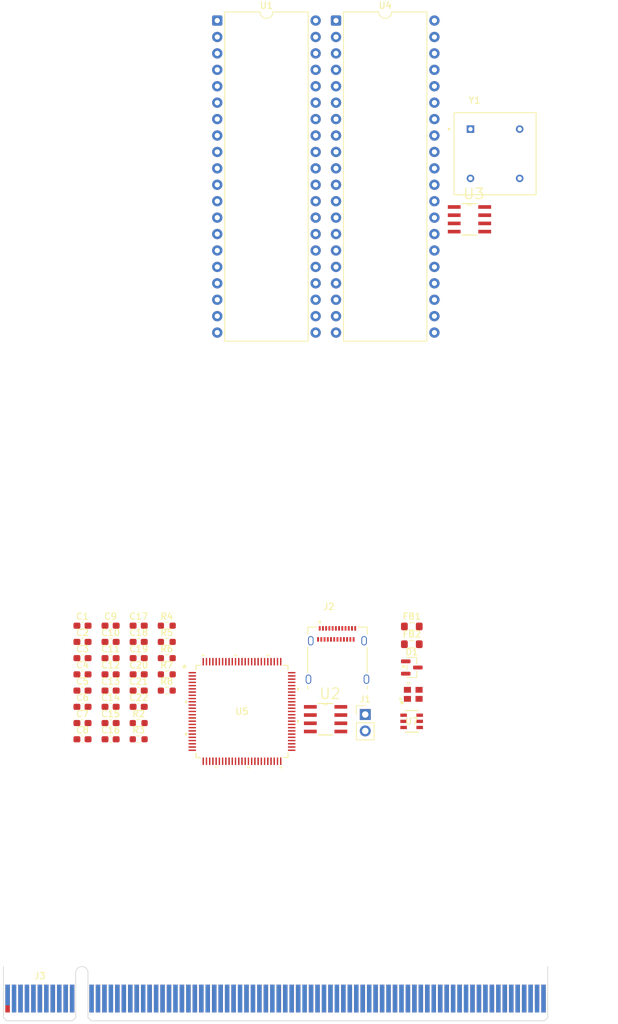
<source format=kicad_pcb>
(kicad_pcb (version 20241229) (generator "pcbnew") (generator_version "9.0")
  (layers (0 "F.Cu" signal) (2 "B.Cu" signal) (13 "F.Paste" user) (15 "B.Paste" user) (5 "F.SilkS" user "F.Silkscreen") (7 "B.SilkS" user "B.Silkscreen") (1 "F.Mask" user) (3 "B.Mask" user) (25 "Edge.Cuts" user))
  (net 0 "")
  (net 1 "Net-(J1-Pin_1)")
  (net 2 "+12V")
  (net 3 "/A8")
  (net 4 "/A10")
  (net 5 "/D4")
  (net 6 "/D0")
  (net 7 "/~{NMI}")
  (net 8 "/MA3")
  (net 9 "/~{RESET}")
  (net 10 "/A5")
  (net 11 "/~{WR}")
  (net 12 "/A7")
  (net 13 "/~{WAIT}")
  (net 14 "/MA0")
  (net 17 "/D3")
  (net 18 "/~{INT}")
  (net 19 "/CPUCLK")
  (net 20 "+5V")
  (net 21 "/MA2")
  (net 22 "/A9")
  (net 23 "/D1")
  (net 24 "/~{MREQ}")
  (net 25 "/~{RD}")
  (net 26 "/A3")
  (net 27 "/A1")
  (net 28 "/A0")
  (net 29 "/D5")
  (net 31 "GND")
  (net 32 "/A11")
  (net 33 "/~{IORQ}")
  (net 34 "/A6")
  (net 35 "/MA1")
  (net 36 "/~{M1}")
  (net 37 "/D7")
  (net 38 "/A2")
  (net 39 "/D2")
  (net 40 "/A4")
  (net 41 "/D6")
  (net 42 "Net-(U2-C1-)")
  (net 43 "/TMS")
  (net 44 "Net-(U2-C1+)")
  (net 45 "/TCK")
  (net 46 "Net-(U2-C2-)")
  (net 47 "/TDO")
  (net 48 "Net-(U2-C2+)")
  (net 49 "+5V_VBUS")
  (net 50 "Net-(U6-VPLL)")
  (net 51 "Net-(U6-VPHY)")
  (net 52 "VCCD")
  (net 53 "Net-(U6-VCCCORE)")
  (net 54 "Net-(U6-VCCA)")
  (net 55 "/CLK")
  (net 56 "+5V_CPLD")
  (net 58 "/TDI")
  (net 59 "Net-(J2-CC1)")
  (net 60 "/DP")
  (net 65 "/DM")
  (net 67 "Net-(J2-CC2)")
  (net 71 "/A23")
  (net 72 "/A16")
  (net 73 "/A18")
  (net 74 "/A20")
  (net 75 "/A15")
  (net 76 "/A13")
  (net 77 "/A12")
  (net 78 "/A22")
  (net 79 "/A21")
  (net 80 "/A19")
  (net 81 "/A14")
  (net 82 "/A17")
  (net 87 "/BUS_R{slash}~{W}")
  (net 90 "/~{BUS_CPU_INT}")
  (net 91 "/~{BUS_RESET}")
  (net 92 "/BUS_SCL")
  (net 94 "/~{BUS_CPU_ACK}")
  (net 99 "/~{BUS_CPU_NMI}")
  (net 100 "/BUS_SDA")
  (net 101 "/~{BUS_IORQ}")
  (net 109 "/~{BUS_READY}")
  (net 111 "Net-(U6-~{RESET})")
  (net 112 "Net-(U6-REF)")
  (net 113 "/EEDATA")
  (net 114 "Net-(U7-DO)")
  (net 115 "/B_D10")
  (net 116 "/B_~{MM}")
  (net 117 "/B_RS0")
  (net 118 "/B_D11")
  (net 119 "/B_D9")
  (net 120 "/B_~{STROBE}")
  (net 121 "/B_D8")
  (net 122 "/B_RS3")
  (net 123 "/B_RS1")
  (net 124 "/B_~{CS}")
  (net 125 "/B_RS2")
  (net 133 "Net-(U5-INPUT{slash}GCLR)")
  (net 149 "/EECS")
  (net 150 "/EECLK")
  (net 152 "/XCSI")
  (footprint "Capacitor_SMD:C_0603_1608Metric_Pad1.08x0.95mm_HandSolder" (layer "F.Cu") (at 47.15 194.55)
    (property "Reference" "C11" (at 0 -1.43 0) (layer "F.SilkS"))
    (property "Value" "1000n")
    (pad "1" smd roundrect (at -0.8625 0) (size 1.075 0.95) (layers "F.Cu" "F.Mask" "F.Paste") (net 54 "Net-(U6-VCCA)"))
    (pad "2" smd roundrect (at 0.8625 0) (size 1.075 0.95) (layers "F.Cu" "F.Mask" "F.Paste") (net 31 "GND"))
  )
  (footprint "Capacitor_SMD:C_0603_1608Metric_Pad1.08x0.95mm_HandSolder" (layer "F.Cu") (at 47.15 189.53)
    (property "Reference" "C9" (at 0 -1.43 0) (layer "F.SilkS"))
    (property "Value" "1000n")
    (pad "1" smd roundrect (at -0.8625 0) (size 1.075 0.95) (layers "F.Cu" "F.Mask" "F.Paste") (net 52 "VCCD"))
    (pad "2" smd roundrect (at 0.8625 0) (size 1.075 0.95) (layers "F.Cu" "F.Mask" "F.Paste") (net 31 "GND"))
  )
  (footprint "Capacitor_SMD:C_0603_1608Metric_Pad1.08x0.95mm_HandSolder" (layer "F.Cu") (at 51.5 197.06)
    (property "Reference" "C20" (at 0 -1.43 0) (layer "F.SilkS"))
    (property "Value" "10u")
    (pad "1" smd roundrect (at -0.8625 0) (size 1.075 0.95) (layers "F.Cu" "F.Mask" "F.Paste") (net 56 "+5V_CPLD"))
    (pad "2" smd roundrect (at 0.8625 0) (size 1.075 0.95) (layers "F.Cu" "F.Mask" "F.Paste") (net 31 "GND"))
  )
  (footprint "Capacitor_SMD:C_0603_1608Metric_Pad1.08x0.95mm_HandSolder" (layer "F.Cu") (at 51.5 194.55)
    (property "Reference" "C19" (at 0 -1.43 0) (layer "F.SilkS"))
    (property "Value" "100n")
    (pad "1" smd roundrect (at -0.8625 0) (size 1.075 0.95) (layers "F.Cu" "F.Mask" "F.Paste") (net 56 "+5V_CPLD"))
    (pad "2" smd roundrect (at 0.8625 0) (size 1.075 0.95) (layers "F.Cu" "F.Mask" "F.Paste") (net 31 "GND"))
  )
  (footprint "Footprints:OSC_ECS-2033-120-BN" (layer "F.Cu") (at 94.022 200.15)
    (property "Reference" "Y2" (at -0.735903 -1.707628 0) (layer "F.SilkS") (effects (font (size 0.320831 0.320831))))
    (property "Value" "ECS-2033-120-BN")
    (pad "1" smd rect (at -0.9 0.7) (size 1.1 0.9) (layers "F.Cu" "F.Mask" "F.Paste"))
    (pad "2" smd rect (at 0.9 0.7) (size 1.1 0.9) (layers "F.Cu" "F.Mask" "F.Paste") (net 31 "GND"))
    (pad "3" smd rect (at 0.9 -0.7) (size 1.1 0.9) (layers "F.Cu" "F.Mask" "F.Paste") (net 152 "/XCSI"))
    (pad "4" smd rect (at -0.9 -0.7) (size 1.1 0.9) (layers "F.Cu" "F.Mask" "F.Paste") (net 52 "VCCD"))
  )
  (footprint "Footprints:XTAL_ACH-14.31818MHZ-EK" (layer "F.Cu") (at 106.695 116.54)
    (property "Reference" "Y1" (at -3.175 -8.255 0) (layer "F.SilkS"))
    (property "Value" "ACH-14.31818MHZ-EK")
    (pad "1" thru_hole rect (at -3.81 -3.81) (size 1.168 1.168) (drill 0.66) (layers "*.Cu" "*.Mask"))
    (pad "4" thru_hole circle (at -3.81 3.81) (size 1.168 1.168) (drill 0.66) (layers "*.Cu" "*.Mask") (net 31 "GND"))
    (pad "5" thru_hole circle (at 3.81 3.81) (size 1.168 1.168) (drill 0.66) (layers "*.Cu" "*.Mask") (net 55 "/CLK"))
    (pad "8" thru_hole circle (at 3.81 -3.81) (size 1.168 1.168) (drill 0.66) (layers "*.Cu" "*.Mask") (net 20 "+5V"))
  )
  (footprint "Capacitor_SMD:C_0603_1608Metric_Pad1.08x0.95mm_HandSolder" (layer "F.Cu") (at 47.15 192.04)
    (property "Reference" "C10" (at 0 -1.43 0) (layer "F.SilkS"))
    (property "Value" "1000n")
    (pad "1" smd roundrect (at -0.8625 0) (size 1.075 0.95) (layers "F.Cu" "F.Mask" "F.Paste") (net 53 "Net-(U6-VCCCORE)"))
    (pad "2" smd roundrect (at 0.8625 0) (size 1.075 0.95) (layers "F.Cu" "F.Mask" "F.Paste") (net 31 "GND"))
  )
  (footprint "Capacitor_SMD:C_0603_1608Metric_Pad1.08x0.95mm_HandSolder" (layer "F.Cu") (at 42.8 197.06)
    (property "Reference" "C4" (at 0 -1.43 0) (layer "F.SilkS"))
    (property "Value" "2u")
    (pad "1" smd roundrect (at -0.8625 0) (size 1.075 0.95) (layers "F.Cu" "F.Mask" "F.Paste") (net 49 "+5V_VBUS"))
    (pad "2" smd roundrect (at 0.8625 0) (size 1.075 0.95) (layers "F.Cu" "F.Mask" "F.Paste") (net 31 "GND"))
  )
  (footprint "Capacitor_SMD:C_0603_1608Metric_Pad1.08x0.95mm_HandSolder" (layer "F.Cu") (at 42.8 199.57)
    (property "Reference" "C5" (at 0 -1.43 0) (layer "F.SilkS"))
    (property "Value" "10u")
    (pad "1" smd roundrect (at -0.8625 0) (size 1.075 0.95) (layers "F.Cu" "F.Mask" "F.Paste") (net 50 "Net-(U6-VPLL)"))
    (pad "2" smd roundrect (at 0.8625 0) (size 1.075 0.95) (layers "F.Cu" "F.Mask" "F.Paste") (net 31 "GND"))
  )
  (footprint "Capacitor_SMD:C_0603_1608Metric_Pad1.08x0.95mm_HandSolder" (layer "F.Cu") (at 42.8 207.1)
    (property "Reference" "C8" (at 0 -1.43 0) (layer "F.SilkS"))
    (property "Value" "1000n")
    (pad "1" smd roundrect (at -0.8625 0) (size 1.075 0.95) (layers "F.Cu" "F.Mask" "F.Paste") (net 52 "VCCD"))
    (pad "2" smd roundrect (at 0.8625 0) (size 1.075 0.95) (layers "F.Cu" "F.Mask" "F.Paste") (net 31 "GND"))
  )
  (footprint "Footprints:SOIC127P600X175-8N" (layer "F.Cu") (at 80.4478 203.9896)
    (property "Reference" "U2" (at 0.68713 -3.94468 0) (layer "F.SilkS") (effects (font (size 1.643197 1.643197))))
    (property "Value" "MAX662ACSA_T")
    (pad "1" smd rect (at -2.3622 -1.905) (size 1.9812 0.5588) (layers "F.Cu" "F.Mask" "F.Paste") (net 42 "Net-(U2-C1-)"))
    (pad "2" smd rect (at -2.3622 -0.635) (size 1.9812 0.5588) (layers "F.Cu" "F.Mask" "F.Paste") (net 44 "Net-(U2-C1+)"))
    (pad "3" smd rect (at -2.3622 0.635) (size 1.9812 0.5588) (layers "F.Cu" "F.Mask" "F.Paste") (net 46 "Net-(U2-C2-)"))
    (pad "4" smd rect (at -2.3622 1.905) (size 1.9812 0.5588) (layers "F.Cu" "F.Mask" "F.Paste") (net 48 "Net-(U2-C2+)"))
    (pad "5" smd rect (at 2.3622 1.905) (size 1.9812 0.5588) (layers "F.Cu" "F.Mask" "F.Paste") (net 49 "+5V_VBUS"))
    (pad "6" smd rect (at 2.3622 0.635) (size 1.9812 0.5588) (layers "F.Cu" "F.Mask" "F.Paste") (net 2 "+12V"))
    (pad "7" smd rect (at 2.3622 -0.635) (size 1.9812 0.5588) (layers "F.Cu" "F.Mask" "F.Paste") (net 31 "GND"))
    (pad "8" smd rect (at 2.3622 -1.905) (size 1.9812 0.5588) (layers "F.Cu" "F.Mask" "F.Paste") (net 31 "GND"))
  )
  (footprint "Connector_PinHeader_2.54mm:PinHeader_1x02_P2.54mm_Vertical" (layer "F.Cu") (at 86.59 203.27)
    (property "Reference" "J1" (at 0 -2.38 0) (layer "F.SilkS"))
    (property "Value" "Conn_01x02_Pin")
    (pad "1" thru_hole rect (at 0 0) (size 1.7 1.7) (drill 1) (layers "*.Cu" "*.Mask") (net 1 "Net-(J1-Pin_1)"))
    (pad "2" thru_hole circle (at 0 2.54) (size 1.7 1.7) (drill 1) (layers "*.Cu" "*.Mask") (net 31 "GND"))
  )
  (footprint "Capacitor_SMD:C_0603_1608Metric_Pad1.08x0.95mm_HandSolder" (layer "F.Cu") (at 42.8 189.53)
    (property "Reference" "C1" (at 0 -1.43 0) (layer "F.SilkS"))
    (property "Value" "1u")
    (pad "1" smd roundrect (at -0.8625 0) (size 1.075 0.95) (layers "F.Cu" "F.Mask" "F.Paste") (net 2 "+12V"))
    (pad "2" smd roundrect (at 0.8625 0) (size 1.075 0.95) (layers "F.Cu" "F.Mask" "F.Paste") (net 31 "GND"))
  )
  (footprint "Resistor_SMD:R_0603_1608Metric_Pad0.98x0.95mm_HandSolder" (layer "F.Cu") (at 55.85 192.04)
    (property "Reference" "R5" (at 0 -1.43 0) (layer "F.SilkS"))
    (property "Value" "5k1")
    (pad "1" smd roundrect (at -0.9125 0) (size 0.975 0.95) (layers "F.Cu" "F.Mask" "F.Paste") (net 31 "GND"))
    (pad "2" smd roundrect (at 0.9125 0) (size 0.975 0.95) (layers "F.Cu" "F.Mask" "F.Paste") (net 67 "Net-(J2-CC2)"))
  )
  (footprint "Resistor_SMD:R_0603_1608Metric_Pad0.98x0.95mm_HandSolder" (layer "F.Cu") (at 51.5 207.1)
    (property "Reference" "R3" (at 0 -1.43 0) (layer "F.SilkS"))
    (property "Value" "2k2")
    (pad "1" smd roundrect (at -0.9125 0) (size 0.975 0.95) (layers "F.Cu" "F.Mask" "F.Paste") (net 20 "+5V"))
    (pad "2" smd roundrect (at 0.9125 0) (size 0.975 0.95) (layers "F.Cu" "F.Mask" "F.Paste") (net 92 "/BUS_SCL"))
  )
  (footprint "Resistor_SMD:R_0603_1608Metric_Pad0.98x0.95mm_HandSolder" (layer "F.Cu") (at 51.5 204.59)
    (property "Reference" "R2" (at 0 -1.43 0) (layer "F.SilkS"))
    (property "Value" "2k2")
    (pad "1" smd roundrect (at -0.9125 0) (size 0.975 0.95) (layers "F.Cu" "F.Mask" "F.Paste") (net 100 "/BUS_SDA"))
    (pad "2" smd roundrect (at 0.9125 0) (size 0.975 0.95) (layers "F.Cu" "F.Mask" "F.Paste") (net 20 "+5V"))
  )
  (footprint "Footprints:100A_ATM-L" (layer "F.Cu") (at 67.5 202.8)
    (property "Reference" "U5" (at 0 0 0) (layer "F.SilkS"))
    (property "Value" "ATF1504AS-10AU100")
    (fp_text user "*" (at -8.912401 -6.631 0) (layer "F.SilkS"))
    (fp_text user "*" (at -8.912401 -6.631 0) (layer "F.SilkS"))
    (pad "1" smd rect (at -7.699202 -6.000001 90) (size 0.2192 1.1564) (layers "F.Cu" "F.Mask" "F.Paste"))
    (pad "2" smd rect (at -7.699202 -5.499999 90) (size 0.2192 1.1564) (layers "F.Cu" "F.Mask" "F.Paste"))
    (pad "3" smd rect (at -7.699202 -5 90) (size 0.2192 1.1564) (layers "F.Cu" "F.Mask" "F.Paste") (net 56 "+5V_CPLD"))
    (pad "4" smd rect (at -7.699202 -4.500001 90) (size 0.2192 1.1564) (layers "F.Cu" "F.Mask" "F.Paste") (net 58 "/TDI"))
    (pad "5" smd rect (at -7.699202 -4 90) (size 0.2192 1.1564) (layers "F.Cu" "F.Mask" "F.Paste"))
    (pad "6" smd rect (at -7.699202 -3.500001 90) (size 0.2192 1.1564) (layers "F.Cu" "F.Mask" "F.Paste") (net 28 "/A0"))
    (pad "7" smd rect (at -7.699202 -2.999999 90) (size 0.2192 1.1564) (layers "F.Cu" "F.Mask" "F.Paste"))
    (pad "8" smd rect (at -7.699202 -2.5 90) (size 0.2192 1.1564) (layers "F.Cu" "F.Mask" "F.Paste") (net 27 "/A1"))
    (pad "9" smd rect (at -7.699202 -2.000001 90) (size 0.2192 1.1564) (layers "F.Cu" "F.Mask" "F.Paste") (net 38 "/A2"))
    (pad "10" smd rect (at -7.699202 -1.5 90) (size 0.2192 1.1564) (layers "F.Cu" "F.Mask" "F.Paste") (net 26 "/A3"))
    (pad "11" smd rect (at -7.699202 -1.000001 90) (size 0.2192 1.1564) (layers "F.Cu" "F.Mask" "F.Paste") (net 31 "GND"))
    (pad "12" smd rect (at -7.699202 -0.500002 90) (size 0.2192 1.1564) (layers "F.Cu" "F.Mask" "F.Paste") (net 40 "/A4"))
    (pad "13" smd rect (at -7.699202 0 90) (size 0.2192 1.1564) (layers "F.Cu" "F.Mask" "F.Paste") (net 10 "/A5"))
    (pad "14" smd rect (at -7.699202 0.499999 90) (size 0.2192 1.1564) (layers "F.Cu" "F.Mask" "F.Paste") (net 34 "/A6"))
    (pad "15" smd rect (at -7.699202 1.000001 90) (size 0.2192 1.1564) (layers "F.Cu" "F.Mask" "F.Paste") (net 43 "/TMS"))
    (pad "16" smd rect (at -7.699202 1.5 90) (size 0.2192 1.1564) (layers "F.Cu" "F.Mask" "F.Paste") (net 12 "/A7"))
    (pad "17" smd rect (at -7.699202 1.999999 90) (size 0.2192 1.1564) (layers "F.Cu" "F.Mask" "F.Paste") (net 24 "/~{MREQ}"))
    (pad "18" smd rect (at -7.699202 2.5 90) (size 0.2192 1.1564) (layers "F.Cu" "F.Mask" "F.Paste") (net 56 "+5V_CPLD"))
    (pad "19" smd rect (at -7.699202 2.999999 90) (size 0.2192 1.1564) (layers "F.Cu" "F.Mask" "F.Paste") (net 33 "/~{IORQ}"))
    (pad "20" smd rect (at -7.699202 3.500001 90) (size 0.2192 1.1564) (layers "F.Cu" "F.Mask" "F.Paste") (net 25 "/~{RD}"))
    (pad "21" smd rect (at -7.699202 4 90) (size 0.2192 1.1564) (layers "F.Cu" "F.Mask" "F.Paste") (net 11 "/~{WR}"))
    (pad "22" smd rect (at -7.699202 4.499999 90) (size 0.2192 1.1564) (layers "F.Cu" "F.Mask" "F.Paste"))
    (pad "23" smd rect (at -7.699202 5 90) (size 0.2192 1.1564) (layers "F.Cu" "F.Mask" "F.Paste") (net 18 "/~{INT}"))
    (pad "24" smd rect (at -7.699202 5.499999 90) (size 0.2192 1.1564) (layers "F.Cu" "F.Mask" "F.Paste"))
    (pad "25" smd rect (at -7.699202 6.000001 90) (size 0.2192 1.1564) (layers "F.Cu" "F.Mask" "F.Paste") (net 7 "/~{NMI}"))
    (pad "26" smd rect (at -6.000001 7.699202) (size 0.2192 1.1564) (layers "F.Cu" "F.Mask" "F.Paste") (net 31 "GND"))
    (pad "27" smd rect (at -5.499999 7.699202) (size 0.2192 1.1564) (layers "F.Cu" "F.Mask" "F.Paste"))
    (pad "28" smd rect (at -5 7.699202) (size 0.2192 1.1564) (layers "F.Cu" "F.Mask" "F.Paste"))
    (pad "29" smd rect (at -4.500001 7.699202) (size 0.2192 1.1564) (layers "F.Cu" "F.Mask" "F.Paste") (net 13 "/~{WAIT}"))
    (pad "30" smd rect (at -4 7.699202) (size 0.2192 1.1564) (layers "F.Cu" "F.Mask" "F.Paste") (net 9 "/~{RESET}"))
    (pad "31" smd rect (at -3.500001 7.699202) (size 0.2192 1.1564) (layers "F.Cu" "F.Mask" "F.Paste") (net 124 "/B_~{CS}"))
    (pad "32" smd rect (at -2.999999 7.699202) (size 0.2192 1.1564) (layers "F.Cu" "F.Mask" "F.Paste") (net 31 "GND"))
    (pad "33" smd rect (at -2.5 7.699202) (size 0.2192 1.1564) (layers "F.Cu" "F.Mask" "F.Paste") (net 120 "/B_~{STROBE}"))
    (pad "34" smd rect (at -2.000001 7.699202) (size 0.2192 1.1564) (layers "F.Cu" "F.Mask" "F.Paste") (net 56 "+5V_CPLD"))
    (pad "35" smd rect (at -1.5 7.699202) (size 0.2192 1.1564) (layers "F.Cu" "F.Mask" "F.Paste") (net 117 "/B_RS0"))
    (pad "36" smd rect (at -1.000001 7.699202) (size 0.2192 1.1564) (layers "F.Cu" "F.Mask" "F.Paste") (net 123 "/B_RS1"))
    (pad "37" smd rect (at -0.499999 7.699202) (size 0.2192 1.1564) (layers "F.Cu" "F.Mask" "F.Paste") (net 125 "/B_RS2"))
    (pad "38" smd rect (at 0 7.699202) (size 0.2192 1.1564) (layers "F.Cu" "F.Mask" "F.Paste") (net 31 "GND"))
    (pad "39" smd rect (at 0.499999 7.699202) (size 0.2192 1.1564) (layers "F.Cu" "F.Mask" "F.Paste") (net 56 "+5V_CPLD"))
    (pad "40" smd rect (at 1.000001 7.699202) (size 0.2192 1.1564) (layers "F.Cu" "F.Mask" "F.Paste") (net 122 "/B_RS3"))
    (pad "41" smd rect (at 1.5 7.699202) (size 0.2192 1.1564) (layers "F.Cu" "F.Mask" "F.Paste") (net 36 "/~{M1}"))
    (pad "42" smd rect (at 2.000001 7.699202) (size 0.2192 1.1564) (layers "F.Cu" "F.Mask" "F.Paste"))
    (pad "43" smd rect (at 2.5 7.699202) (size 0.2192 1.1564) (layers "F.Cu" "F.Mask" "F.Paste") (net 31 "GND"))
    (pad "44" smd rect (at 2.999999 7.699202) (size 0.2192 1.1564) (layers "F.Cu" "F.Mask" "F.Paste"))
    (pad "45" smd rect (at 3.500001 7.699202) (size 0.2192 1.1564) (layers "F.Cu" "F.Mask" "F.Paste"))
    (pad "46" smd rect (at 4 7.699202) (size 0.2192 1.1564) (layers "F.Cu" "F.Mask" "F.Paste"))
    (pad "47" smd rect (at 4.500001 7.699202) (size 0.2192 1.1564) (layers "F.Cu" "F.Mask" "F.Paste"))
    (pad "48" smd rect (at 5 7.699202) (size 0.2192 1.1564) (layers "F.Cu" "F.Mask" "F.Paste"))
    (pad "49" smd rect (at 5.499999 7.699202) (size 0.2192 1.1564) (layers "F.Cu" "F.Mask" "F.Paste"))
    (pad "50" smd rect (at 6.000001 7.699202) (size 0.2192 1.1564) (layers "F.Cu" "F.Mask" "F.Paste"))
    (pad "51" smd rect (at 7.699202 6.000001 90) (size 0.2192 1.1564) (layers "F.Cu" "F.Mask" "F.Paste") (net 56 "+5V_CPLD"))
    (pad "52" smd rect (at 7.699202 5.499999 90) (size 0.2192 1.1564) (layers "F.Cu" "F.Mask" "F.Paste") (net 31 "GND"))
    (pad "53" smd rect (at 7.699202 5 90) (size 0.2192 1.1564) (layers "F.Cu" "F.Mask" "F.Paste"))
    (pad "54" smd rect (at 7.699202 4.500001 90) (size 0.2192 1.1564) (layers "F.Cu" "F.Mask" "F.Paste") (net 31 "GND"))
    (pad "55" smd rect (at 7.699202 4 90) (size 0.2192 1.1564) (layers "F.Cu" "F.Mask" "F.Paste"))
    (pad "56" smd rect (at 7.699202 3.500001 90) (size 0.2192 1.1564) (layers "F.Cu" "F.Mask" "F.Paste") (net 31 "GND"))
    (pad "57" smd rect (at 7.699202 2.999999 90) (size 0.2192 1.1564) (layers "F.Cu" "F.Mask" "F.Paste") (net 31 "GND"))
    (pad "58" smd rect (at 7.699202 2.5 90) (size 0.2192 1.1564) (layers "F.Cu" "F.Mask" "F.Paste") (net 31 "GND"))
    (pad "59" smd rect (at 7.699202 2.000001 90) (size 0.2192 1.1564) (layers "F.Cu" "F.Mask" "F.Paste") (net 31 "GND"))
    (pad "60" smd rect (at 7.699202 1.5 90) (size 0.2192 1.1564) (layers "F.Cu" "F.Mask" "F.Paste") (net 31 "GND"))
    (pad "61" smd rect (at 7.699202 1.000001 90) (size 0.2192 1.1564) (layers "F.Cu" "F.Mask" "F.Paste") (net 31 "GND"))
    (pad "62" smd rect (at 7.699202 0.499999 90) (size 0.2192 1.1564) (layers "F.Cu" "F.Mask" "F.Paste") (net 45 "/TCK"))
    (pad "63" smd rect (at 7.699202 0 90) (size 0.2192 1.1564) (layers "F.Cu" "F.Mask" "F.Paste") (net 31 "GND"))
    (pad "64" smd rect (at 7.699202 -0.499999 90) (size 0.2192 1.1564) (layers "F.Cu" "F.Mask" "F.Paste") (net 31 "GND"))
    (pad "65" smd rect (at 7.699202 -1.000001 90) (size 0.2192 1.1564) (layers "F.Cu" "F.Mask" "F.Paste") (net 31 "GND"))
    (pad "66" smd rect (at 7.699202 -1.5 90) (size 0.2192 1.1564) (layers "F.Cu" "F.Mask" "F.Paste") (net 56 "+5V_CPLD"))
    (pad "67" smd rect (at 7.699202 -2.000001 90) (size 0.2192 1.1564) (layers "F.Cu" "F.Mask" "F.Paste") (net 31 "GND"))
    (pad "68" smd rect (at 7.699202 -2.5 90) (size 0.2192 1.1564) (layers "F.Cu" "F.Mask" "F.Paste") (net 31 "GND"))
    (pad "69" smd rect (at 7.699202 -2.999999 90) (size 0.2192 1.1564) (layers "F.Cu" "F.Mask" "F.Paste") (net 31 "GND"))
    (pad "70" smd rect (at 7.699202 -3.500001 90) (size 0.2192 1.1564) (layers "F.Cu" "F.Mask" "F.Paste"))
    (pad "71" smd rect (at 7.699202 -4 90) (size 0.2192 1.1564) (layers "F.Cu" "F.Mask" "F.Paste") (net 118 "/B_D11"))
    (pad "72" smd rect (at 7.699202 -4.500001 90) (size 0.2192 1.1564) (layers "F.Cu" "F.Mask" "F.Paste"))
    (pad "73" smd rect (at 7.699202 -5 90) (size 0.2192 1.1564) (layers "F.Cu" "F.Mask" "F.Paste") (net 47 "/TDO"))
    (pad "74" smd rect (at 7.699202 -5.499999 90) (size 0.2192 1.1564) (layers "F.Cu" "F.Mask" "F.Paste") (net 31 "GND"))
    (pad "75" smd rect (at 7.699202 -6.000001 90) (size 0.2192 1.1564) (layers "F.Cu" "F.Mask" "F.Paste") (net 115 "/B_D10"))
    (pad "76" smd rect (at 6.000001 -7.699202) (size 0.2192 1.1564) (layers "F.Cu" "F.Mask" "F.Paste") (net 119 "/B_D9"))
    (pad "77" smd rect (at 5.499999 -7.699202) (size 0.2192 1.1564) (layers "F.Cu" "F.Mask" "F.Paste"))
    (pad "78" smd rect (at 5 -7.699202) (size 0.2192 1.1564) (layers "F.Cu" "F.Mask" "F.Paste"))
    (pad "79" smd rect (at 4.500001 -7.699202) (size 0.2192 1.1564) (layers "F.Cu" "F.Mask" "F.Paste") (net 121 "/B_D8"))
    (pad "80" smd rect (at 4 -7.699202) (size 0.2192 1.1564) (layers "F.Cu" "F.Mask" "F.Paste") (net 17 "/D3"))
    (pad "81" smd rect (at 3.500001 -7.699202) (size 0.2192 1.1564) (layers "F.Cu" "F.Mask" "F.Paste") (net 39 "/D2"))
    (pad "82" smd rect (at 2.999999 -7.699202) (size 0.2192 1.1564) (layers "F.Cu" "F.Mask" "F.Paste") (net 56 "+5V_CPLD"))
    (pad "83" smd rect (at 2.5 -7.699202) (size 0.2192 1.1564) (layers "F.Cu" "F.Mask" "F.Paste") (net 23 "/D1"))
    (pad "84" smd rect (at 2.000001 -7.699202) (size 0.2192 1.1564) (layers "F.Cu" "F.Mask" "F.Paste") (net 6 "/D0"))
    (pad "85" smd rect (at 1.5 -7.699202) (size 0.2192 1.1564) (layers "F.Cu" "F.Mask" "F.Paste") (net 133 "Net-(U5-INPUT{slash}GCLR)"))
    (pad "86" smd rect (at 1.000001 -7.699202) (size 0.2192 1.1564) (layers "F.Cu" "F.Mask" "F.Paste") (net 31 "GND"))
    (pad "87" smd rect (at 0.499999 -7.699202) (size 0.2192 1.1564) (layers "F.Cu" "F.Mask" "F.Paste") (net 55 "/CLK"))
    (pad "88" smd rect (at 0 -7.699202) (size 0.2192 1.1564) (layers "F.Cu" "F.Mask" "F.Paste") (net 31 "GND"))
    (pad "89" smd rect (at -0.499999 -7.699202) (size 0.2192 1.1564) (layers "F.Cu" "F.Mask" "F.Paste") (net 133 "Net-(U5-INPUT{slash}GCLR)"))
    (pad "90" smd rect (at -1.000001 -7.699202) (size 0.2192 1.1564) (layers "F.Cu" "F.Mask" "F.Paste") (net 133 "Net-(U5-INPUT{slash}GCLR)"))
    (pad "91" smd rect (at -1.5 -7.699202) (size 0.2192 1.1564) (layers "F.Cu" "F.Mask" "F.Paste") (net 56 "+5V_CPLD"))
    (pad "92" smd rect (at -2.000001 -7.699202) (size 0.2192 1.1564) (layers "F.Cu" "F.Mask" "F.Paste") (net 94 "/~{BUS_CPU_ACK}"))
    (pad "93" smd rect (at -2.5 -7.699202) (size 0.2192 1.1564) (layers "F.Cu" "F.Mask" "F.Paste") (net 99 "/~{BUS_CPU_NMI}"))
    (pad "94" smd rect (at -2.999999 -7.699202) (size 0.2192 1.1564) (layers "F.Cu" "F.Mask" "F.Paste") (net 90 "/~{BUS_CPU_INT}"))
    (pad "95" smd rect (at -3.500001 -7.699202) (size 0.2192 1.1564) (layers "F.Cu" "F.Mask" "F.Paste") (net 31 "GND"))
    (pad "96" smd rect (at -4 -7.699202) (size 0.2192 1.1564) (layers "F.Cu" "F.Mask" "F.Paste") (net 91 "/~{BUS_RESET}"))
    (pad "97" smd rect (at -4.500001 -7.699202) (size 0.2192 1.1564) (layers "F.Cu" "F.Mask" "F.Paste") (net 109 "/~{BUS_READY}"))
    (pad "98" smd rect (at -5 -7.699202) (size 0.2192 1.1564) (layers "F.Cu" "F.Mask" "F.Paste") (net 101 "/~{BUS_IORQ}"))
    (pad "99" smd rect (at -5.499999 -7.699202) (size 0.2192 1.1564) (layers "F.Cu" "F.Mask" "F.Paste") (net 87 "/BUS_R{slash}~{W}"))
    (pad "100" smd rect (at -6.000001 -7.699202) (size 0.2192 1.1564) (layers "F.Cu" "F.Mask" "F.Paste") (net 19 "/CPUCLK"))
  )
  (footprint "Resistor_SMD:R_0603_1608Metric_Pad0.98x0.95mm_HandSolder" (layer "F.Cu") (at 55.85 194.55)
    (property "Reference" "R6" (at 0 -1.43 0) (layer "F.SilkS"))
    (property "Value" "12k")
    (pad "1" smd roundrect (at -0.9125 0) (size 0.975 0.95) (layers "F.Cu" "F.Mask" "F.Paste") (net 111 "Net-(U6-~{RESET})"))
    (pad "2" smd roundrect (at 0.9125 0) (size 0.975 0.95) (layers "F.Cu" "F.Mask" "F.Paste") (net 31 "GND"))
  )
  (footprint "Package_TO_SOT_SMD:SOT-23" (layer "F.Cu") (at 93.8 196)
    (property "Reference" "D1" (at 0 -2.4 0) (layer "F.SilkS"))
    (property "Value" "BAT54C")
    (pad "1" smd roundrect (at -0.9375 -0.95) (size 1.475 0.6) (layers "F.Cu" "F.Mask" "F.Paste") (net 49 "+5V_VBUS"))
    (pad "2" smd roundrect (at -0.9375 0.95) (size 1.475 0.6) (layers "F.Cu" "F.Mask" "F.Paste") (net 20 "+5V"))
    (pad "3" smd roundrect (at 0.9375 0) (size 1.475 0.6) (layers "F.Cu" "F.Mask" "F.Paste") (net 56 "+5V_CPLD"))
  )
  (footprint "Inductor_SMD:L_0805_2012Metric_Pad1.05x1.20mm_HandSolder" (layer "F.Cu") (at 93.8 192.4)
    (property "Reference" "FB2" (at 0 -1.55 0) (layer "F.SilkS"))
    (property "Value" "600R/500mA")
    (pad "1" smd roundrect (at -1.15 0) (size 1.05 1.2) (layers "F.Cu" "F.Mask" "F.Paste") (roundrect_rratio 0.238095) (net 52 "VCCD"))
    (pad "2" smd roundrect (at 1.15 0) (size 1.05 1.2) (layers "F.Cu" "F.Mask" "F.Paste") (roundrect_rratio 0.238095) (net 50 "Net-(U6-VPLL)"))
  )
  (footprint "Capacitor_SMD:C_0603_1608Metric_Pad1.08x0.95mm_HandSolder" (layer "F.Cu") (at 51.5 199.57)
    (property "Reference" "C21" (at 0 -1.43 0) (layer "F.SilkS"))
    (property "Value" "100n")
    (pad "1" smd roundrect (at -0.8625 0) (size 1.075 0.95) (layers "F.Cu" "F.Mask" "F.Paste") (net 20 "+5V"))
    (pad "2" smd roundrect (at 0.8625 0) (size 1.075 0.95) (layers "F.Cu" "F.Mask" "F.Paste") (net 31 "GND"))
  )
  (footprint "Capacitor_SMD:C_0603_1608Metric_Pad1.08x0.95mm_HandSolder" (layer "F.Cu") (at 47.15 199.57)
    (property "Reference" "C13" (at 0 -1.43 0) (layer "F.SilkS"))
    (property "Value" "100n")
    (pad "1" smd roundrect (at -0.8625 0) (size 1.075 0.95) (layers "F.Cu" "F.Mask" "F.Paste") (net 56 "+5V_CPLD"))
    (pad "2" smd roundrect (at 0.8625 0) (size 1.075 0.95) (layers "F.Cu" "F.Mask" "F.Paste") (net 31 "GND"))
  )
  (footprint "Package_DIP:DIP-40_W15.24mm" (layer "F.Cu") (at 63.67 95.94)
    (property "Reference" "U1" (at 7.62 -2.33 0) (layer "F.SilkS"))
    (property "Value" "Z084000xP")
    (pad "1" thru_hole roundrect (at 0 0) (size 1.6 1.6) (drill 0.8) (layers "*.Cu" "*.Mask") (roundrect_rratio 0.15625) (net 32 "/A11"))
    (pad "2" thru_hole circle (at 0 2.54) (size 1.6 1.6) (drill 0.8) (layers "*.Cu" "*.Mask") (net 14 "/MA0"))
    (pad "3" thru_hole circle (at 0 5.08) (size 1.6 1.6) (drill 0.8) (layers "*.Cu" "*.Mask") (net 35 "/MA1"))
    (pad "4" thru_hole circle (at 0 7.62) (size 1.6 1.6) (drill 0.8) (layers "*.Cu" "*.Mask") (net 21 "/MA2"))
    (pad "5" thru_hole circle (at 0 10.16) (size 1.6 1.6) (drill 0.8) (layers "*.Cu" "*.Mask") (net 8 "/MA3"))
    (pad "6" thru_hole circle (at 0 12.7) (size 1.6 1.6) (drill 0.8) (layers "*.Cu" "*.Mask") (net 19 "/CPUCLK"))
    (pad "7" thru_hole circle (at 0 15.24) (size 1.6 1.6) (drill 0.8) (layers "*.Cu" "*.Mask") (net 5 "/D4"))
    (pad "8" thru_hole circle (at 0 17.78) (size 1.6 1.6) (drill 0.8) (layers "*.Cu" "*.Mask") (net 17 "/D3"))
    (pad "9" thru_hole circle (at 0 20.32) (size 1.6 1.6) (drill 0.8) (layers "*.Cu" "*.Mask") (net 29 "/D5"))
    (pad "10" thru_hole circle (at 0 22.86) (size 1.6 1.6) (drill 0.8) (layers "*.Cu" "*.Mask") (net 41 "/D6"))
    (pad "11" thru_hole circle (at 0 25.4) (size 1.6 1.6) (drill 0.8) (layers "*.Cu" "*.Mask") (net 20 "+5V"))
    (pad "12" thru_hole circle (at 0 27.94) (size 1.6 1.6) (drill 0.8) (layers "*.Cu" "*.Mask") (net 39 "/D2"))
    (pad "13" thru_hole circle (at 0 30.48) (size 1.6 1.6) (drill 0.8) (layers "*.Cu" "*.Mask") (net 37 "/D7"))
    (pad "14" thru_hole circle (at 0 33.02) (size 1.6 1.6) (drill 0.8) (layers "*.Cu" "*.Mask") (net 6 "/D0"))
    (pad "15" thru_hole circle (at 0 35.56) (size 1.6 1.6) (drill 0.8) (layers "*.Cu" "*.Mask") (net 23 "/D1"))
    (pad "16" thru_hole circle (at 0 38.1) (size 1.6 1.6) (drill 0.8) (layers "*.Cu" "*.Mask") (net 18 "/~{INT}"))
    (pad "17" thru_hole circle (at 0 40.64) (size 1.6 1.6) (drill 0.8) (layers "*.Cu" "*.Mask") (net 7 "/~{NMI}"))
    (pad "18" thru_hole circle (at 0 43.18) (size 1.6 1.6) (drill 0.8) (layers "*.Cu" "*.Mask"))
    (pad "19" thru_hole circle (at 0 45.72) (size 1.6 1.6) (drill 0.8) (layers "*.Cu" "*.Mask") (net 24 "/~{MREQ}"))
    (pad "20" thru_hole circle (at 0 48.26) (size 1.6 1.6) (drill 0.8) (layers "*.Cu" "*.Mask") (net 33 "/~{IORQ}"))
    (pad "21" thru_hole circle (at 15.24 48.26) (size 1.6 1.6) (drill 0.8) (layers "*.Cu" "*.Mask") (net 25 "/~{RD}"))
    (pad "22" thru_hole circle (at 15.24 45.72) (size 1.6 1.6) (drill 0.8) (layers "*.Cu" "*.Mask") (net 11 "/~{WR}"))
    (pad "23" thru_hole circle (at 15.24 43.18) (size 1.6 1.6) (drill 0.8) (layers "*.Cu" "*.Mask"))
    (pad "24" thru_hole circle (at 15.24 40.64) (size 1.6 1.6) (drill 0.8) (layers "*.Cu" "*.Mask") (net 13 "/~{WAIT}"))
    (pad "25" thru_hole circle (at 15.24 38.1) (size 1.6 1.6) (drill 0.8) (layers "*.Cu" "*.Mask") (net 20 "+5V"))
    (pad "26" thru_hole circle (at 15.24 35.56) (size 1.6 1.6) (drill 0.8) (layers "*.Cu" "*.Mask") (net 9 "/~{RESET}"))
    (pad "27" thru_hole circle (at 15.24 33.02) (size 1.6 1.6) (drill 0.8) (layers "*.Cu" "*.Mask") (net 36 "/~{M1}"))
    (pad "28" thru_hole circle (at 15.24 30.48) (size 1.6 1.6) (drill 0.8) (layers "*.Cu" "*.Mask"))
    (pad "29" thru_hole circle (at 15.24 27.94) (size 1.6 1.6) (drill 0.8) (layers "*.Cu" "*.Mask") (net 31 "GND"))
    (pad "30" thru_hole circle (at 15.24 25.4) (size 1.6 1.6) (drill 0.8) (layers "*.Cu" "*.Mask") (net 28 "/A0"))
    (pad "31" thru_hole circle (at 15.24 22.86) (size 1.6 1.6) (drill 0.8) (layers "*.Cu" "*.Mask") (net 27 "/A1"))
    (pad "32" thru_hole circle (at 15.24 20.32) (size 1.6 1.6) (drill 0.8) (layers "*.Cu" "*.Mask") (net 38 "/A2"))
    (pad "33" thru_hole circle (at 15.24 17.78) (size 1.6 1.6) (drill 0.8) (layers "*.Cu" "*.Mask") (net 26 "/A3"))
    (pad "34" thru_hole circle (at 15.24 15.24) (size 1.6 1.6) (drill 0.8) (layers "*.Cu" "*.Mask") (net 40 "/A4"))
    (pad "35" thru_hole circle (at 15.24 12.7) (size 1.6 1.6) (drill 0.8) (layers "*.Cu" "*.Mask") (net 10 "/A5"))
    (pad "36" thru_hole circle (at 15.24 10.16) (size 1.6 1.6) (drill 0.8) (layers "*.Cu" "*.Mask") (net 34 "/A6"))
    (pad "37" thru_hole circle (at 15.24 7.62) (size 1.6 1.6) (drill 0.8) (layers "*.Cu" "*.Mask") (net 12 "/A7"))
    (pad "38" thru_hole circle (at 15.24 5.08) (size 1.6 1.6) (drill 0.8) (layers "*.Cu" "*.Mask") (net 3 "/A8"))
    (pad "39" thru_hole circle (at 15.24 2.54) (size 1.6 1.6) (drill 0.8) (layers "*.Cu" "*.Mask") (net 22 "/A9"))
    (pad "40" thru_hole circle (at 15.24 0) (size 1.6 1.6) (drill 0.8) (layers "*.Cu" "*.Mask") (net 4 "/A10"))
  )
  (footprint "Connector_PCBEdge:BUS_PCIexpress_x16" (layer "F.Cu") (at 31.2 247.2)
    (property "Reference" "J3" (at 5 -3.5 0) (layer "F.SilkS"))
    (property "Value" "~")
    (fp_line (start -0.65 -4.95) (end -0.65 2.95) (stroke (width 0.1)) (layer "Edge.Cuts"))
    (fp_line (start -0.65 2.95) (end -0.15 3.45) (stroke (width 0.1)) (layer "Edge.Cuts"))
    (fp_line (start -0.15 3.45) (end 10.05 3.45) (stroke (width 0.1)) (layer "Edge.Cuts"))
    (fp_line (start 10.55 -4) (end 10.55 2.95) (stroke (width 0.1)) (layer "Edge.Cuts"))
    (fp_line (start 10.55 2.95) (end 10.05 3.45) (stroke (width 0.1)) (layer "Edge.Cuts"))
    (fp_line (start 12.45 -4) (end 12.45 2.95) (stroke (width 0.1)) (layer "Edge.Cuts"))
    (fp_line (start 12.45 2.95) (end 12.95 3.45) (stroke (width 0.1)) (layer "Edge.Cuts"))
    (fp_line (start 12.95 3.45) (end 83.15 3.45) (stroke (width 0.1)) (layer "Edge.Cuts"))
    (fp_line (start 83.65 -4.95) (end 83.65 2.95) (stroke (width 0.1)) (layer "Edge.Cuts"))
    (fp_line (start 83.65 2.95) (end 83.15 3.45) (stroke (width 0.1)) (layer "Edge.Cuts"))
    (fp_arc (start 10.55 -4) (mid 11.5 -4.95) (end 12.45 -4) (stroke (width 0.1)) (layer "Edge.Cuts"))
    (pad "A1" connect rect (at 0 -0.55) (size 0.7 3.2) (layers "B.Cu" "B.Mask"))
    (pad "A2" connect rect (at 1 0) (size 0.7 4.3) (layers "B.Cu" "B.Mask") (net 20 "+5V"))
    (pad "A3" connect rect (at 2 0) (size 0.7 4.3) (layers "B.Cu" "B.Mask") (net 20 "+5V"))
    (pad "A4" connect rect (at 3 0) (size 0.7 4.3) (layers "B.Cu" "B.Mask") (net 31 "GND"))
    (pad "A5" connect rect (at 4 0) (size 0.7 4.3) (layers "B.Cu" "B.Mask") (net 91 "/~{BUS_RESET}"))
    (pad "A6" connect rect (at 5 0) (size 0.7 4.3) (layers "B.Cu" "B.Mask") (net 101 "/~{BUS_IORQ}"))
    (pad "A7" connect rect (at 6 0) (size 0.7 4.3) (layers "B.Cu" "B.Mask"))
    (pad "A8" connect rect (at 7 0) (size 0.7 4.3) (layers "B.Cu" "B.Mask"))
    (pad "A9" connect rect (at 8 0) (size 0.7 4.3) (layers "B.Cu" "B.Mask"))
    (pad "A10" connect rect (at 9 0) (size 0.7 4.3) (layers "B.Cu" "B.Mask"))
    (pad "A11" connect rect (at 10 0) (size 0.7 4.3) (layers "B.Cu" "B.Mask") (net 87 "/BUS_R{slash}~{W}"))
    (pad "A12" connect rect (at 13 0) (size 0.7 4.3) (layers "B.Cu" "B.Mask") (net 31 "GND"))
    (pad "A13" connect rect (at 14 0) (size 0.7 4.3) (layers "B.Cu" "B.Mask"))
    (pad "A14" connect rect (at 15 0) (size 0.7 4.3) (layers "B.Cu" "B.Mask"))
    (pad "A15" connect rect (at 16 0) (size 0.7 4.3) (layers "B.Cu" "B.Mask") (net 31 "GND"))
    (pad "A16" connect rect (at 17 0) (size 0.7 4.3) (layers "B.Cu" "B.Mask") (net 6 "/D0"))
    (pad "A17" connect rect (at 18 0) (size 0.7 4.3) (layers "B.Cu" "B.Mask") (net 23 "/D1"))
    (pad "A18" connect rect (at 19 0) (size 0.7 4.3) (layers "B.Cu" "B.Mask") (net 31 "GND"))
    (pad "A19" connect rect (at 20 0) (size 0.7 4.3) (layers "B.Cu" "B.Mask") (net 39 "/D2"))
    (pad "A20" connect rect (at 21 0) (size 0.7 4.3) (layers "B.Cu" "B.Mask"))
    (pad "A21" connect rect (at 22 0) (size 0.7 4.3) (layers "B.Cu" "B.Mask") (net 17 "/D3"))
    (pad "A22" connect rect (at 23 0) (size 0.7 4.3) (layers "B.Cu" "B.Mask") (net 5 "/D4"))
    (pad "A23" connect rect (at 24 0) (size 0.7 4.3) (layers "B.Cu" "B.Mask") (net 31 "GND"))
    (pad "A24" connect rect (at 25 0) (size 0.7 4.3) (layers "B.Cu" "B.Mask") (net 31 "GND"))
    (pad "A25" connect rect (at 26 0) (size 0.7 4.3) (layers "B.Cu" "B.Mask") (net 29 "/D5"))
    (pad "A26" connect rect (at 27 0) (size 0.7 4.3) (layers "B.Cu" "B.Mask") (net 41 "/D6"))
    (pad "A27" connect rect (at 28 0) (size 0.7 4.3) (layers "B.Cu" "B.Mask") (net 31 "GND"))
    (pad "A28" connect rect (at 29 0) (size 0.7 4.3) (layers "B.Cu" "B.Mask") (net 31 "GND"))
    (pad "A29" connect rect (at 30 0) (size 0.7 4.3) (layers "B.Cu" "B.Mask") (net 37 "/D7"))
    (pad "A30" connect rect (at 31 0) (size 0.7 4.3) (layers "B.Cu" "B.Mask") (net 31 "GND"))
    (pad "A31" connect rect (at 32 0) (size 0.7 4.3) (layers "B.Cu" "B.Mask") (net 31 "GND"))
    (pad "A32" connect rect (at 33 0) (size 0.7 4.3) (layers "B.Cu" "B.Mask") (net 31 "GND"))
    (pad "A33" connect rect (at 34 0) (size 0.7 4.3) (layers "B.Cu" "B.Mask") (net 31 "GND"))
    (pad "A34" connect rect (at 35 0) (size 0.7 4.3) (layers "B.Cu" "B.Mask") (net 31 "GND"))
    (pad "A35" connect rect (at 36 0) (size 0.7 4.3) (layers "B.Cu" "B.Mask") (net 31 "GND"))
    (pad "A36" connect rect (at 37 0) (size 0.7 4.3) (layers "B.Cu" "B.Mask") (net 31 "GND"))
    (pad "A37" connect rect (at 38 0) (size 0.7 4.3) (layers "B.Cu" "B.Mask") (net 31 "GND"))
    (pad "A38" connect rect (at 39 0) (size 0.7 4.3) (layers "B.Cu" "B.Mask") (net 31 "GND"))
    (pad "A39" connect rect (at 40 0) (size 0.7 4.3) (layers "B.Cu" "B.Mask") (net 31 "GND"))
    (pad "A40" connect rect (at 41 0) (size 0.7 4.3) (layers "B.Cu" "B.Mask") (net 31 "GND"))
    (pad "A41" connect rect (at 42 0) (size 0.7 4.3) (layers "B.Cu" "B.Mask") (net 31 "GND"))
    (pad "A42" connect rect (at 43 0) (size 0.7 4.3) (layers "B.Cu" "B.Mask") (net 31 "GND"))
    (pad "A43" connect rect (at 44 0) (size 0.7 4.3) (layers "B.Cu" "B.Mask") (net 31 "GND"))
    (pad "A44" connect rect (at 45 0) (size 0.7 4.3) (layers "B.Cu" "B.Mask") (net 31 "GND"))
    (pad "A45" connect rect (at 46 0) (size 0.7 4.3) (layers "B.Cu" "B.Mask") (net 31 "GND"))
    (pad "A46" connect rect (at 47 0) (size 0.7 4.3) (layers "B.Cu" "B.Mask") (net 31 "GND"))
    (pad "A47" connect rect (at 48 0) (size 0.7 4.3) (layers "B.Cu" "B.Mask") (net 31 "GND"))
    (pad "A48" connect rect (at 49 0) (size 0.7 4.3) (layers "B.Cu" "B.Mask") (net 31 "GND"))
    (pad "A49" connect rect (at 50 0) (size 0.7 4.3) (layers "B.Cu" "B.Mask") (net 31 "GND"))
    (pad "A50" connect rect (at 51 0) (size 0.7 4.3) (layers "B.Cu" "B.Mask") (net 31 "GND"))
    (pad "A51" connect rect (at 52 0) (size 0.7 4.3) (layers "B.Cu" "B.Mask") (net 31 "GND"))
    (pad "A52" connect rect (at 53 0) (size 0.7 4.3) (layers "B.Cu" "B.Mask") (net 31 "GND"))
    (pad "A53" connect rect (at 54 0) (size 0.7 4.3) (layers "B.Cu" "B.Mask") (net 31 "GND"))
    (pad "A54" connect rect (at 55 0) (size 0.7 4.3) (layers "B.Cu" "B.Mask") (net 31 "GND"))
    (pad "A55" connect rect (at 56 0) (size 0.7 4.3) (layers "B.Cu" "B.Mask") (net 31 "GND"))
    (pad "A56" connect rect (at 57 0) (size 0.7 4.3) (layers "B.Cu" "B.Mask") (net 31 "GND"))
    (pad "A57" connect rect (at 58 0) (size 0.7 4.3) (layers "B.Cu" "B.Mask") (net 31 "GND"))
    (pad "A58" connect rect (at 59 0) (size 0.7 4.3) (layers "B.Cu" "B.Mask") (net 31 "GND"))
    (pad "A59" connect rect (at 60 0) (size 0.7 4.3) (layers "B.Cu" "B.Mask") (net 31 "GND"))
    (pad "A60" connect rect (at 61 0) (size 0.7 4.3) (layers "B.Cu" "B.Mask") (net 31 "GND"))
    (pad "A61" connect rect (at 62 0) (size 0.7 4.3) (layers "B.Cu" "B.Mask") (net 31 "GND"))
    (pad "A62" connect rect (at 63 0) (size 0.7 4.3) (layers "B.Cu" "B.Mask") (net 31 "GND"))
    (pad "A63" connect rect (at 64 0) (size 0.7 4.3) (layers "B.Cu" "B.Mask") (net 31 "GND"))
    (pad "A64" connect rect (at 65 0) (size 0.7 4.3) (layers "B.Cu" "B.Mask") (net 31 "GND"))
    (pad "A65" connect rect (at 66 0) (size 0.7 4.3) (layers "B.Cu" "B.Mask") (net 31 "GND"))
    (pad "A66" connect rect (at 67 0) (size 0.7 4.3) (layers "B.Cu" "B.Mask") (net 31 "GND"))
    (pad "A67" connect rect (at 68 0) (size 0.7 4.3) (layers "B.Cu" "B.Mask") (net 31 "GND"))
    (pad "A68" connect rect (at 69 0) (size 0.7 4.3) (layers "B.Cu" "B.Mask") (net 31 "GND"))
    (pad "A69" connect rect (at 70 0) (size 0.7 4.3) (layers "B.Cu" "B.Mask") (net 31 "GND"))
    (pad "A70" connect rect (at 71 0) (size 0.7 4.3) (layers "B.Cu" "B.Mask") (net 31 "GND"))
    (pad "A71" connect rect (at 72 0) (size 0.7 4.3) (layers "B.Cu" "B.Mask") (net 31 "GND"))
    (pad "A72" connect rect (at 73 0) (size 0.7 4.3) (layers "B.Cu" "B.Mask") (net 31 "GND"))
    (pad "A73" connect rect (at 74 0) (size 0.7 4.3) (layers "B.Cu" "B.Mask") (net 31 "GND"))
    (pad "A74" connect rect (at 75 0) (size 0.7 4.3) (layers "B.Cu" "B.Mask") (net 31 "GND"))
    (pad "A75" connect rect (at 76 0) (size 0.7 4.3) (layers "B.Cu" "B.Mask") (net 31 "GND"))
    (pad "A76" connect rect (at 77 0) (size 0.7 4.3) (layers "B.Cu" "B.Mask") (net 109 "/~{BUS_READY}"))
    (pad "A77" connect rect (at 78 0) (size 0.7 4.3) (layers "B.Cu" "B.Mask") (net 90 "/~{BUS_CPU_INT}"))
    (pad "A78" connect rect (at 79 0) (size 0.7 4.3) (layers "B.Cu" "B.Mask") (net 31 "GND"))
    (pad "A79" connect rect (at 80 0) (size 0.7 4.3) (layers "B.Cu" "B.Mask") (net 31 "GND"))
    (pad "A80" connect rect (at 81 0) (size 0.7 4.3) (layers "B.Cu" "B.Mask") (net 90 "/~{BUS_CPU_INT}"))
    (pad "A81" connect rect (at 82 0) (size 0.7 4.3) (layers "B.Cu" "B.Mask") (net 99 "/~{BUS_CPU_NMI}"))
    (pad "A82" connect rect (at 83 0) (size 0.7 4.3) (layers "B.Cu" "B.Mask") (net 31 "GND"))
    (pad "B1" connect rect (at 0 0) (size 0.7 4.3) (layers "F.Cu" "F.Mask") (net 20 "+5V"))
    (pad "B2" connect rect (at 1 0) (size 0.7 4.3) (layers "F.Cu" "F.Mask") (net 20 "+5V"))
    (pad "B3" connect rect (at 2 0) (size 0.7 4.3) (layers "F.Cu" "F.Mask") (net 20 "+5V"))
    (pad "B4" connect rect (at 3 0) (size 0.7 4.3) (layers "F.Cu" "F.Mask") (net 31 "GND"))
    (pad "B5" connect rect (at 4 0) (size 0.7 4.3) (layers "F.Cu" "F.Mask") (net 92 "/BUS_SCL"))
    (pad "B6" connect rect (at 5 0) (size 0.7 4.3) (layers "F.Cu" "F.Mask") (net 100 "/BUS_SDA"))
    (pad "B7" connect rect (at 6 0) (size 0.7 4.3) (layers "F.Cu" "F.Mask") (net 31 "GND"))
    (pad "B8" connect rect (at 7 0) (size 0.7 4.3) (layers "F.Cu" "F.Mask"))
    (pad "B9" connect rect (at 8 0) (size 0.7 4.3) (layers "F.Cu" "F.Mask"))
    (pad "B10" connect rect (at 9 0) (size 0.7 4.3) (layers "F.Cu" "F.Mask"))
    (pad "B11" connect rect (at 10 0) (size 0.7 4.3) (layers "F.Cu" "F.Mask") (net 94 "/~{BUS_CPU_ACK}"))
    (pad "B12" connect rect (at 13 0) (size 0.7 4.3) (layers "F.Cu" "F.Mask"))
    (pad "B13" connect rect (at 14 0) (size 0.7 4.3) (layers "F.Cu" "F.Mask") (net 31 "GND"))
    (pad "B14" connect rect (at 15 0) (size 0.7 4.3) (layers "F.Cu" "F.Mask") (net 28 "/A0"))
    (pad "B15" connect rect (at 16 0) (size 0.7 4.3) (layers "F.Cu" "F.Mask") (net 27 "/A1"))
    (pad "B16" connect rect (at 17 0) (size 0.7 4.3) (layers "F.Cu" "F.Mask") (net 31 "GND"))
    (pad "B17" connect rect (at 18 0) (size 0.7 4.3) (layers "F.Cu" "F.Mask") (net 38 "/A2"))
    (pad "B18" connect rect (at 19 0) (size 0.7 4.3) (layers "F.Cu" "F.Mask"))
    (pad "B19" connect rect (at 20 0) (size 0.7 4.3) (layers "F.Cu" "F.Mask") (net 26 "/A3"))
    (pad "B20" connect rect (at 21 0) (size 0.7 4.3) (layers "F.Cu" "F.Mask") (net 40 "/A4"))
    (pad "B21" connect rect (at 22 0) (size 0.7 4.3) (layers "F.Cu" "F.Mask") (net 31 "GND"))
    (pad "B22" connect rect (at 23 0) (size 0.7 4.3) (layers "F.Cu" "F.Mask") (net 31 "GND"))
    (pad "B23" connect rect (at 24 0) (size 0.7 4.3) (layers "F.Cu" "F.Mask") (net 10 "/A5"))
    (pad "B24" connect rect (at 25 0) (size 0.7 4.3) (layers "F.Cu" "F.Mask") (net 34 "/A6"))
    (pad "B25" connect rect (at 26 0) (size 0.7 4.3) (layers "F.Cu" "F.Mask") (net 31 "GND"))
    (pad "B26" connect rect (at 27 0) (size 0.7 4.3) (layers "F.Cu" "F.Mask") (net 31 "GND"))
    (pad "B27" connect rect (at 28 0) (size 0.7 4.3) (layers "F.Cu" "F.Mask") (net 12 "/A7"))
    (pad "B28" connect rect (at 29 0) (size 0.7 4.3) (layers "F.Cu" "F.Mask") (net 3 "/A8"))
    (pad "B29" connect rect (at 30 0) (size 0.7 4.3) (layers "F.Cu" "F.Mask") (net 31 "GND"))
    (pad "B30" connect rect (at 31 0) (size 0.7 4.3) (layers "F.Cu" "F.Mask") (net 22 "/A9"))
    (pad "B31" connect rect (at 32 0) (size 0.7 4.3) (layers "F.Cu" "F.Mask") (net 4 "/A10"))
    (pad "B32" connect rect (at 33 0) (size 0.7 4.3) (layers "F.Cu" "F.Mask") (net 31 "GND"))
    (pad "B33" connect rect (at 34 0) (size 0.7 4.3) (layers "F.Cu" "F.Mask") (net 32 "/A11"))
    (pad "B34" connect rect (at 35 0) (size 0.7 4.3) (layers "F.Cu" "F.Mask") (net 77 "/A12"))
    (pad "B35" connect rect (at 36 0) (size 0.7 4.3) (layers "F.Cu" "F.Mask") (net 31 "GND"))
    (pad "B36" connect rect (at 37 0) (size 0.7 4.3) (layers "F.Cu" "F.Mask") (net 31 "GND"))
    (pad "B37" connect rect (at 38 0) (size 0.7 4.3) (layers "F.Cu" "F.Mask") (net 76 "/A13"))
    (pad "B38" connect rect (at 39 0) (size 0.7 4.3) (layers "F.Cu" "F.Mask") (net 81 "/A14"))
    (pad "B39" connect rect (at 40 0) (size 0.7 4.3) (layers "F.Cu" "F.Mask") (net 31 "GND"))
    (pad "B40" connect rect (at 41 0) (size 0.7 4.3) (layers "F.Cu" "F.Mask") (net 31 "GND"))
    (pad "B41" connect rect (at 42 0) (size 0.7 4.3) (layers "F.Cu" "F.Mask") (net 75 "/A15"))
    (pad "B42" connect rect (at 43 0) (size 0.7 4.3) (layers "F.Cu" "F.Mask") (net 72 "/A16"))
    (pad "B43" connect rect (at 44 0) (size 0.7 4.3) (layers "F.Cu" "F.Mask") (net 31 "GND"))
    (pad "B44" connect rect (at 45 0) (size 0.7 4.3) (layers "F.Cu" "F.Mask") (net 31 "GND"))
    (pad "B45" connect rect (at 46 0) (size 0.7 4.3) (layers "F.Cu" "F.Mask") (net 82 "/A17"))
    (pad "B46" connect rect (at 47 0) (size 0.7 4.3) (layers "F.Cu" "F.Mask") (net 73 "/A18"))
    (pad "B47" connect rect (at 48 0) (size 0.7 4.3) (layers "F.Cu" "F.Mask") (net 31 "GND"))
    (pad "B48" connect rect (at 49 0) (size 0.7 4.3) (layers "F.Cu" "F.Mask") (net 80 "/A19"))
    (pad "B49" connect rect (at 50 0) (size 0.7 4.3) (layers "F.Cu" "F.Mask") (net 31 "GND"))
    (pad "B50" connect rect (at 51 0) (size 0.7 4.3) (layers "F.Cu" "F.Mask") (net 74 "/A20"))
    (pad "B51" connect rect (at 52 0) (size 0.7 4.3) (layers "F.Cu" "F.Mask") (net 79 "/A21"))
    (pad "B52" connect rect (at 53 0) (size 0.7 4.3) (layers "F.Cu" "F.Mask") (net 31 "GND"))
    (pad "B53" connect rect (at 54 0) (size 0.7 4.3) (layers "F.Cu" "F.Mask") (net 31 "GND"))
    (pad "B54" connect rect (at 55 0) (size 0.7 4.3) (layers "F.Cu" "F.Mask") (net 78 "/A22"))
    (pad "B55" connect rect (at 56 0) (size 0.7 4.3) (layers "F.Cu" "F.Mask") (net 71 "/A23"))
    (pad "B56" connect rect (at 57 0) (size 0.7 4.3) (layers "F.Cu" "F.Mask") (net 31 "GND"))
    (pad "B57" connect rect (at 58 0) (size 0.7 4.3) (layers "F.Cu" "F.Mask") (net 31 "GND"))
    (pad "B58" connect rect (at 59 0) (size 0.7 4.3) (layers "F.Cu" "F.Mask") (net 31 "GND"))
    (pad "B59" connect rect (at 60 0) (size 0.7 4.3) (layers "F.Cu" "F.Mask") (net 31 "GND"))
    (pad "B60" connect rect (at 61 0) (size 0.7 4.3) (layers "F.Cu" "F.Mask") (net 31 "GND"))
    (pad "B61" connect rect (at 62 0) (size 0.7 4.3) (layers "F.Cu" "F.Mask") (net 31 "GND"))
    (pad "B62" connect rect (at 63 0) (size 0.7 4.3) (layers "F.Cu" "F.Mask") (net 31 "GND"))
    (pad "B63" connect rect (at 64 0) (size 0.7 4.3) (layers "F.Cu" "F.Mask") (net 31 "GND"))
    (pad "B64" connect rect (at 65 0) (size 0.7 4.3) (layers "F.Cu" "F.Mask") (net 31 "GND"))
    (pad "B65" connect rect (at 66 0) (size 0.7 4.3) (layers "F.Cu" "F.Mask") (net 31 "GND"))
    (pad "B66" connect rect (at 67 0) (size 0.7 4.3) (layers "F.Cu" "F.Mask") (net 31 "GND"))
    (pad "B67" connect rect (at 68 0) (size 0.7 4.3) (layers "F.Cu" "F.Mask") (net 31 "GND"))
    (pad "B68" connect rect (at 69 0) (size 0.7 4.3) (layers "F.Cu" "F.Mask") (net 31 "GND"))
    (pad "B69" connect rect (at 70 0) (size 0.7 4.3) (layers "F.Cu" "F.Mask") (net 31 "GND"))
    (pad "B70" connect rect (at 71 0) (size 0.7 4.3) (layers "F.Cu" "F.Mask") (net 31 "GND"))
    (pad "B71" connect rect (at 72 0) (size 0.7 4.3) (layers "F.Cu" "F.Mask") (net 31 "GND"))
    (pad "B72" connect rect (at 73 0) (size 0.7 4.3) (layers "F.Cu" "F.Mask") (net 31 "GND"))
    (pad "B73" connect rect (at 74 0) (size 0.7 4.3) (layers "F.Cu" "F.Mask") (net 31 "GND"))
    (pad "B74" connect rect (at 75 0) (size 0.7 4.3) (layers "F.Cu" "F.Mask"))
    (pad "B75" connect rect (at 76 0) (size 0.7 4.3) (layers "F.Cu" "F.Mask"))
    (pad "B76" connect rect (at 77 0) (size 0.7 4.3) (layers "F.Cu" "F.Mask") (net 31 "GND"))
    (pad "B77" connect rect (at 78 0) (size 0.7 4.3) (layers "F.Cu" "F.Mask") (net 31 "GND"))
    (pad "B78" connect rect (at 79 0) (size 0.7 4.3) (layers "F.Cu" "F.Mask"))
    (pad "B79" connect rect (at 80 0) (size 0.7 4.3) (layers "F.Cu" "F.Mask") (net 90 "/~{BUS_CPU_INT}"))
    (pad "B80" connect rect (at 81 0) (size 0.7 4.3) (layers "F.Cu" "F.Mask") (net 31 "GND"))
    (pad "B81" connect rect (at 82 -0.55) (size 0.7 3.2) (layers "F.Cu" "F.Mask") (net 90 "/~{BUS_CPU_INT}"))
    (pad "B82" connect rect (at 83 0) (size 0.7 4.3) (layers "F.Cu" "F.Mask") (net 99 "/~{BUS_CPU_NMI}"))
  )
  (footprint "Capacitor_SMD:C_0603_1608Metric_Pad1.08x0.95mm_HandSolder" (layer "F.Cu") (at 51.5 189.53)
    (property "Reference" "C17" (at 0 -1.43 0) (layer "F.SilkS"))
    (property "Value" "100n")
    (pad "1" smd roundrect (at -0.8625 0) (size 1.075 0.95) (layers "F.Cu" "F.Mask" "F.Paste") (net 56 "+5V_CPLD"))
    (pad "2" smd roundrect (at 0.8625 0) (size 1.075 0.95) (layers "F.Cu" "F.Mask" "F.Paste") (net 31 "GND"))
  )
  (footprint "Resistor_SMD:R_0603_1608Metric_Pad0.98x0.95mm_HandSolder" (layer "F.Cu") (at 55.85 189.53)
    (property "Reference" "R4" (at 0 -1.43 0) (layer "F.SilkS"))
    (property "Value" "5k1")
    (pad "1" smd roundrect (at -0.9125 0) (size 0.975 0.95) (layers "F.Cu" "F.Mask" "F.Paste") (net 59 "Net-(J2-CC1)"))
    (pad "2" smd roundrect (at 0.9125 0) (size 0.975 0.95) (layers "F.Cu" "F.Mask" "F.Paste") (net 31 "GND"))
  )
  (footprint "Inductor_SMD:L_0805_2012Metric_Pad1.05x1.20mm_HandSolder" (layer "F.Cu") (at 93.8 189.65)
    (property "Reference" "FB1" (at 0 -1.55 0) (layer "F.SilkS"))
    (property "Value" "600R/500mA")
    (pad "1" smd roundrect (at -1.15 0) (size 1.05 1.2) (layers "F.Cu" "F.Mask" "F.Paste") (roundrect_rratio 0.238095) (net 51 "Net-(U6-VPHY)"))
    (pad "2" smd roundrect (at 1.15 0) (size 1.05 1.2) (layers "F.Cu" "F.Mask" "F.Paste") (roundrect_rratio 0.238095) (net 52 "VCCD"))
  )
  (footprint "Resistor_SMD:R_0603_1608Metric_Pad0.98x0.95mm_HandSolder" (layer "F.Cu") (at 55.85 199.57)
    (property "Reference" "R8" (at 0 -1.43 0) (layer "F.SilkS"))
    (property "Value" "2k2")
    (pad "1" smd roundrect (at -0.9125 0) (size 0.975 0.95) (layers "F.Cu" "F.Mask" "F.Paste") (net 114 "Net-(U7-DO)"))
    (pad "2" smd roundrect (at 0.9125 0) (size 0.975 0.95) (layers "F.Cu" "F.Mask" "F.Paste") (net 113 "/EEDATA"))
  )
  (footprint "Capacitor_SMD:C_0603_1608Metric_Pad1.08x0.95mm_HandSolder" (layer "F.Cu") (at 51.5 202.08)
    (property "Reference" "C22" (at 0 -1.43 0) (layer "F.SilkS"))
    (property "Value" "100n")
    (pad "1" smd roundrect (at -0.8625 0) (size 1.075 0.95) (layers "F.Cu" "F.Mask" "F.Paste") (net 20 "+5V"))
    (pad "2" smd roundrect (at 0.8625 0) (size 1.075 0.95) (layers "F.Cu" "F.Mask" "F.Paste") (net 31 "GND"))
  )
  (footprint "Capacitor_SMD:C_0603_1608Metric_Pad1.08x0.95mm_HandSolder" (layer "F.Cu") (at 42.8 192.04)
    (property "Reference" "C2" (at 0 -1.43 0) (layer "F.SilkS"))
    (property "Value" "220n")
    (pad "1" smd roundrect (at -0.8625 0) (size 1.075 0.95) (layers "F.Cu" "F.Mask" "F.Paste") (net 44 "Net-(U2-C1+)"))
    (pad "2" smd roundrect (at 0.8625 0) (size 1.075 0.95) (layers "F.Cu" "F.Mask" "F.Paste") (net 42 "Net-(U2-C1-)"))
  )
  (footprint "Footprints:AMPHENOL_12401610E4_2A" (layer "F.Cu") (at 82.285 194.975)
    (property "Reference" "J2" (at -1.325 -8.385 0) (layer "F.SilkS"))
    (property "Value" "12401610E4_2A")
    (fp_line (start 3.4375 -4.7025) (end 3.7625 -4.7025) (stroke (width 0.01)) (layer "Edge.Cuts"))
    (fp_line (start 3.7625 -4.0275) (end 3.4375 -4.0275) (stroke (width 0.01)) (layer "Edge.Cuts"))
    (fp_arc (start 3.1 -4.365) (mid 3.198851 -4.603649) (end 3.4375 -4.7025) (stroke (width 0.01)) (layer "Edge.Cuts"))
    (fp_arc (start 3.4375 -4.0275) (mid 3.198851 -4.126351) (end 3.1 -4.365) (stroke (width 0.01)) (layer "Edge.Cuts"))
    (fp_arc (start 3.7625 -4.7025) (mid 4.001149 -4.603649) (end 4.1 -4.365) (stroke (width 0.01)) (layer "Edge.Cuts"))
    (fp_arc (start 4.1 -4.365) (mid 4.001149 -4.126351) (end 3.7625 -4.0275) (stroke (width 0.01)) (layer "Edge.Cuts"))
    (pad "" np_thru_hole circle (at -3.6 -4.365) (size 0.675 0.675) (drill 0.675) (layers "*.Cu" "*.Mask"))
    (pad "A1" smd rect (at -2.75 -5.025) (size 0.3 0.7) (layers "F.Cu" "F.Paste") (net 31 "GND"))
    (pad "A2" smd rect (at -2.25 -5.025) (size 0.3 0.7) (layers "F.Cu" "F.Paste"))
    (pad "A3" smd rect (at -1.75 -5.025) (size 0.3 0.7) (layers "F.Cu" "F.Paste"))
    (pad "A4" smd rect (at -1.25 -5.025) (size 0.3 0.7) (layers "F.Cu" "F.Paste") (net 49 "+5V_VBUS"))
    (pad "A5" smd rect (at -0.75 -5.025) (size 0.3 0.7) (layers "F.Cu" "F.Paste") (net 59 "Net-(J2-CC1)"))
    (pad "A6" smd rect (at -0.25 -5.025) (size 0.3 0.7) (layers "F.Cu" "F.Paste") (net 60 "/DP"))
    (pad "A7" smd rect (at 0.25 -5.025) (size 0.3 0.7) (layers "F.Cu" "F.Paste") (net 65 "/DM"))
    (pad "A8" smd rect (at 0.75 -5.025) (size 0.3 0.7) (layers "F.Cu" "F.Paste"))
    (pad "A9" smd rect (at 1.25 -5.025) (size 0.3 0.7) (layers "F.Cu" "F.Paste") (net 49 "+5V_VBUS"))
    (pad "A10" smd rect (at 1.75 -5.025) (size 0.3 0.7) (layers "F.Cu" "F.Paste"))
    (pad "A11" smd rect (at 2.25 -5.025) (size 0.3 0.7) (layers "F.Cu" "F.Paste"))
    (pad "A12" smd rect (at 2.75 -5.025) (size 0.3 0.7) (layers "F.Cu" "F.Paste") (net 31 "GND"))
    (pad "B1" smd rect (at 2.5 -3.325) (size 0.3 0.7) (layers "F.Cu" "F.Paste") (net 31 "GND"))
    (pad "B2" smd rect (at 2 -3.325) (size 0.3 0.7) (layers "F.Cu" "F.Paste"))
    (pad "B3" smd rect (at 1.5 -3.325) (size 0.3 0.7) (layers "F.Cu" "F.Paste"))
    (pad "B4" smd rect (at 1 -3.325) (size 0.3 0.7) (layers "F.Cu" "F.Paste") (net 49 "+5V_VBUS"))
    (pad "B5" smd rect (at 0.5 -3.325) (size 0.3 0.7) (layers "F.Cu" "F.Paste") (net 67 "Net-(J2-CC2)"))
    (pad "B6" smd rect (at 0 -3.325) (size 0.3 0.7) (layers "F.Cu" "F.Paste") (net 60 "/DP"))
    (pad "B7" smd rect (at -0.5 -3.325) (size 0.3 0.7) (layers "F.Cu" "F.Paste") (net 65 "/DM"))
    (pad "B8" smd rect (at -1 -3.325) (size 0.3 0.7) (layers "F.Cu" "F.Paste"))
    (pad "B9" smd rect (at -1.5 -3.325) (size 0.3 0.7) (layers "F.Cu" "F.Paste") (net 49 "+5V_VBUS"))
    (pad "B10" smd rect (at -2 -3.325) (size 0.3 0.7) (layers "F.Cu" "F.Paste"))
    (pad "B11" smd rect (at -2.5 -3.325) (size 0.3 0.7) (layers "F.Cu" "F.Paste"))
    (pad "B12" smd rect (at -3 -3.325) (size 0.3 0.7) (layers "F.Cu" "F.Paste") (net 31 "GND"))
    (pad "SH1" thru_hole oval (at -4.49 2.835) (size 0.85 1.45) (drill oval 0.55 1.15) (layers "*.Cu" "*.Mask") (net 31 "GND"))
    (pad "SH2" thru_hole oval (at 4.49 2.835) (size 0.85 1.45) (drill oval 0.55 1.15) (layers "*.Cu" "*.Mask") (net 31 "GND"))
    (pad "SH3" thru_hole oval (at -4.13 -3.115) (size 0.85 1.45) (drill oval 0.55 1.15) (layers "*.Cu" "*.Mask") (net 31 "GND"))
    (pad "SH4" thru_hole oval (at 4.13 -3.115) (size 0.85 1.45) (drill oval 0.55 1.15) (layers "*.Cu" "*.Mask") (net 31 "GND"))
  )
  (footprint "Footprints:SOIC127P600X175-8N" (layer "F.Cu") (at 102.7278 126.6796)
    (property "Reference" "U3" (at 0.68713 -3.94468 0) (layer "F.SilkS") (effects (font (size 1.643197 1.643197))))
    (property "Value" "24LC16BT-I_SN")
    (pad "1" smd rect (at -2.3622 -1.905) (size 1.9812 0.5588) (layers "F.Cu" "F.Mask" "F.Paste") (net 31 "GND"))
    (pad "2" smd rect (at -2.3622 -0.635) (size 1.9812 0.5588) (layers "F.Cu" "F.Mask" "F.Paste") (net 31 "GND"))
    (pad "3" smd rect (at -2.3622 0.635) (size 1.9812 0.5588) (layers "F.Cu" "F.Mask" "F.Paste") (net 31 "GND"))
    (pad "4" smd rect (at -2.3622 1.905) (size 1.9812 0.5588) (layers "F.Cu" "F.Mask" "F.Paste") (net 31 "GND"))
    (pad "5" smd rect (at 2.3622 1.905) (size 1.9812 0.5588) (layers "F.Cu" "F.Mask" "F.Paste") (net 100 "/BUS_SDA"))
    (pad "6" smd rect (at 2.3622 0.635) (size 1.9812 0.5588) (layers "F.Cu" "F.Mask" "F.Paste") (net 92 "/BUS_SCL"))
    (pad "7" smd rect (at 2.3622 -0.635) (size 1.9812 0.5588) (layers "F.Cu" "F.Mask" "F.Paste") (net 31 "GND"))
    (pad "8" smd rect (at 2.3622 -1.905) (size 1.9812 0.5588) (layers "F.Cu" "F.Mask" "F.Paste") (net 20 "+5V"))
  )
  (footprint "Capacitor_SMD:C_0603_1608Metric_Pad1.08x0.95mm_HandSolder" (layer "F.Cu") (at 42.8 202.08)
    (property "Reference" "C6" (at 0 -1.43 0) (layer "F.SilkS"))
    (property "Value" "10u")
    (pad "1" smd roundrect (at -0.8625 0) (size 1.075 0.95) (layers "F.Cu" "F.Mask" "F.Paste") (net 51 "Net-(U6-VPHY)"))
    (pad "2" smd roundrect (at 0.8625 0) (size 1.075 0.95) (layers "F.Cu" "F.Mask" "F.Paste") (net 31 "GND"))
  )
  (footprint "Capacitor_SMD:C_0603_1608Metric_Pad1.08x0.95mm_HandSolder" (layer "F.Cu") (at 47.15 197.06)
    (property "Reference" "C12" (at 0 -1.43 0) (layer "F.SilkS"))
    (property "Value" "100n")
    (pad "1" smd roundrect (at -0.8625 0) (size 1.075 0.95) (layers "F.Cu" "F.Mask" "F.Paste") (net 56 "+5V_CPLD"))
    (pad "2" smd roundrect (at 0.8625 0) (size 1.075 0.95) (layers "F.Cu" "F.Mask" "F.Paste") (net 31 "GND"))
  )
  (footprint "Capacitor_SMD:C_0603_1608Metric_Pad1.08x0.95mm_HandSolder" (layer "F.Cu") (at 47.15 202.08)
    (property "Reference" "C14" (at 0 -1.43 0) (layer "F.SilkS"))
    (property "Value" "100n")
    (pad "1" smd roundrect (at -0.8625 0) (size 1.075 0.95) (layers "F.Cu" "F.Mask" "F.Paste") (net 56 "+5V_CPLD"))
    (pad "2" smd roundrect (at 0.8625 0) (size 1.075 0.95) (layers "F.Cu" "F.Mask" "F.Paste") (net 31 "GND"))
  )
  (footprint "Capacitor_SMD:C_0603_1608Metric_Pad1.08x0.95mm_HandSolder" (layer "F.Cu") (at 51.5 192.04)
    (property "Reference" "C18" (at 0 -1.43 0) (layer "F.SilkS"))
    (property "Value" "100n")
    (pad "1" smd roundrect (at -0.8625 0) (size 1.075 0.95) (layers "F.Cu" "F.Mask" "F.Paste") (net 56 "+5V_CPLD"))
    (pad "2" smd roundrect (at 0.8625 0) (size 1.075 0.95) (layers "F.Cu" "F.Mask" "F.Paste") (net 31 "GND"))
  )
  (footprint "Footprints:SOT-23-6_MC_MCH-L" (layer "F.Cu") (at 93.7754 204.3276)
    (property "Reference" "U7" (at 0 0 0) (layer "F.SilkS"))
    (property "Value" "93LC56BT-I/OT")
    (fp_text user "*" (at -1.4986 -2.601 0) (layer "F.SilkS"))
    (fp_text user "*" (at -1.4986 -2.601 0) (layer "F.SilkS"))
    (pad "1" smd rect (at -1.2446 -0.950001) (size 1.016 0.508) (layers "F.Cu" "F.Mask" "F.Paste") (net 114 "Net-(U7-DO)"))
    (pad "2" smd rect (at -1.2446 0) (size 1.016 0.508) (layers "F.Cu" "F.Mask" "F.Paste") (net 31 "GND"))
    (pad "3" smd rect (at -1.2446 0.950001) (size 1.016 0.508) (layers "F.Cu" "F.Mask" "F.Paste") (net 113 "/EEDATA"))
    (pad "4" smd rect (at 1.2446 0.950001) (size 1.016 0.508) (layers "F.Cu" "F.Mask" "F.Paste") (net 150 "/EECLK"))
    (pad "5" smd rect (at 1.2446 0) (size 1.016 0.508) (layers "F.Cu" "F.Mask" "F.Paste") (net 149 "/EECS"))
    (pad "6" smd rect (at 1.2446 -0.950001) (size 1.016 0.508) (layers "F.Cu" "F.Mask" "F.Paste") (net 52 "VCCD"))
  )
  (footprint "Capacitor_SMD:C_0603_1608Metric_Pad1.08x0.95mm_HandSolder" (layer "F.Cu") (at 47.15 204.59)
    (property "Reference" "C15" (at 0 -1.43 0) (layer "F.SilkS"))
    (property "Value" "100n")
    (pad "1" smd roundrect (at -0.8625 0) (size 1.075 0.95) (layers "F.Cu" "F.Mask" "F.Paste") (net 56 "+5V_CPLD"))
    (pad "2" smd roundrect (at 0.8625 0) (size 1.075 0.95) (layers "F.Cu" "F.Mask" "F.Paste") (net 31 "GND"))
  )
  (footprint "Capacitor_SMD:C_0603_1608Metric_Pad1.08x0.95mm_HandSolder" (layer "F.Cu") (at 42.8 204.59)
    (property "Reference" "C7" (at 0 -1.43 0) (layer "F.SilkS"))
    (property "Value" "10u")
    (pad "1" smd roundrect (at -0.8625 0) (size 1.075 0.95) (layers "F.Cu" "F.Mask" "F.Paste") (net 52 "VCCD"))
    (pad "2" smd roundrect (at 0.8625 0) (size 1.075 0.95) (layers "F.Cu" "F.Mask" "F.Paste") (net 31 "GND"))
  )
  (footprint "Capacitor_SMD:C_0603_1608Metric_Pad1.08x0.95mm_HandSolder" (layer "F.Cu") (at 42.8 194.55)
    (property "Reference" "C3" (at 0 -1.43 0) (layer "F.SilkS"))
    (property "Value" "220n")
    (pad "1" smd roundrect (at -0.8625 0) (size 1.075 0.95) (layers "F.Cu" "F.Mask" "F.Paste") (net 48 "Net-(U2-C2+)"))
    (pad "2" smd roundrect (at 0.8625 0) (size 1.075 0.95) (layers "F.Cu" "F.Mask" "F.Paste") (net 46 "Net-(U2-C2-)"))
  )
  (footprint "Capacitor_SMD:C_0603_1608Metric_Pad1.08x0.95mm_HandSolder" (layer "F.Cu") (at 47.15 207.1)
    (property "Reference" "C16" (at 0 -1.43 0) (layer "F.SilkS"))
    (property "Value" "100n")
    (pad "1" smd roundrect (at -0.8625 0) (size 1.075 0.95) (layers "F.Cu" "F.Mask" "F.Paste") (net 56 "+5V_CPLD"))
    (pad "2" smd roundrect (at 0.8625 0) (size 1.075 0.95) (layers "F.Cu" "F.Mask" "F.Paste") (net 31 "GND"))
  )
  (footprint "Package_DIP:DIP-40_W15.24mm" (layer "F.Cu") (at 82.06 95.94)
    (property "Reference" "U4" (at 7.62 -2.33 0) (layer "F.SilkS"))
    (property "Value" "SN74LS612N")
    (pad "1" thru_hole roundrect (at 0 0) (size 1.6 1.6) (drill 0.8) (layers "*.Cu" "*.Mask") (roundrect_rratio 0.15625) (net 125 "/B_RS2"))
    (pad "2" thru_hole circle (at 0 2.54) (size 1.6 1.6) (drill 0.8) (layers "*.Cu" "*.Mask") (net 8 "/MA3"))
    (pad "3" thru_hole circle (at 0 5.08) (size 1.6 1.6) (drill 0.8) (layers "*.Cu" "*.Mask") (net 122 "/B_RS3"))
    (pad "4" thru_hole circle (at 0 7.62) (size 1.6 1.6) (drill 0.8) (layers "*.Cu" "*.Mask") (net 124 "/B_~{CS}"))
    (pad "5" thru_hole circle (at 0 10.16) (size 1.6 1.6) (drill 0.8) (layers "*.Cu" "*.Mask") (net 120 "/B_~{STROBE}"))
    (pad "6" thru_hole circle (at 0 12.7) (size 1.6 1.6) (drill 0.8) (layers "*.Cu" "*.Mask") (net 31 "GND"))
    (pad "7" thru_hole circle (at 0 15.24) (size 1.6 1.6) (drill 0.8) (layers "*.Cu" "*.Mask") (net 6 "/D0"))
    (pad "8" thru_hole circle (at 0 17.78) (size 1.6 1.6) (drill 0.8) (layers "*.Cu" "*.Mask") (net 23 "/D1"))
    (pad "9" thru_hole circle (at 0 20.32) (size 1.6 1.6) (drill 0.8) (layers "*.Cu" "*.Mask") (net 39 "/D2"))
    (pad "10" thru_hole circle (at 0 22.86) (size 1.6 1.6) (drill 0.8) (layers "*.Cu" "*.Mask") (net 17 "/D3"))
    (pad "11" thru_hole circle (at 0 25.4) (size 1.6 1.6) (drill 0.8) (layers "*.Cu" "*.Mask") (net 5 "/D4"))
    (pad "12" thru_hole circle (at 0 27.94) (size 1.6 1.6) (drill 0.8) (layers "*.Cu" "*.Mask") (net 29 "/D5"))
    (pad "13" thru_hole circle (at 0 30.48) (size 1.6 1.6) (drill 0.8) (layers "*.Cu" "*.Mask") (net 116 "/B_~{MM}"))
    (pad "14" thru_hole circle (at 0 33.02) (size 1.6 1.6) (drill 0.8) (layers "*.Cu" "*.Mask") (net 72 "/A16"))
    (pad "15" thru_hole circle (at 0 35.56) (size 1.6 1.6) (drill 0.8) (layers "*.Cu" "*.Mask") (net 82 "/A17"))
    (pad "16" thru_hole circle (at 0 38.1) (size 1.6 1.6) (drill 0.8) (layers "*.Cu" "*.Mask") (net 73 "/A18"))
    (pad "17" thru_hole circle (at 0 40.64) (size 1.6 1.6) (drill 0.8) (layers "*.Cu" "*.Mask") (net 80 "/A19"))
    (pad "18" thru_hole circle (at 0 43.18) (size 1.6 1.6) (drill 0.8) (layers "*.Cu" "*.Mask") (net 74 "/A20"))
    (pad "19" thru_hole circle (at 0 45.72) (size 1.6 1.6) (drill 0.8) (layers "*.Cu" "*.Mask") (net 79 "/A21"))
    (pad "20" thru_hole circle (at 0 48.26) (size 1.6 1.6) (drill 0.8) (layers "*.Cu" "*.Mask") (net 31 "GND"))
    (pad "21" thru_hole circle (at 15.24 48.26) (size 1.6 1.6) (drill 0.8) (layers "*.Cu" "*.Mask") (net 31 "GND"))
    (pad "22" thru_hole circle (at 15.24 45.72) (size 1.6 1.6) (drill 0.8) (layers "*.Cu" "*.Mask") (net 78 "/A22"))
    (pad "23" thru_hole circle (at 15.24 43.18) (size 1.6 1.6) (drill 0.8) (layers "*.Cu" "*.Mask") (net 71 "/A23"))
    (pad "24" thru_hole circle (at 15.24 40.64) (size 1.6 1.6) (drill 0.8) (layers "*.Cu" "*.Mask") (net 77 "/A12"))
    (pad "25" thru_hole circle (at 15.24 38.1) (size 1.6 1.6) (drill 0.8) (layers "*.Cu" "*.Mask") (net 76 "/A13"))
    (pad "26" thru_hole circle (at 15.24 35.56) (size 1.6 1.6) (drill 0.8) (layers "*.Cu" "*.Mask") (net 81 "/A14"))
    (pad "27" thru_hole circle (at 15.24 33.02) (size 1.6 1.6) (drill 0.8) (layers "*.Cu" "*.Mask") (net 75 "/A15"))
    (pad "28" thru_hole circle (at 15.24 30.48) (size 1.6 1.6) (drill 0.8) (layers "*.Cu" "*.Mask"))
    (pad "29" thru_hole circle (at 15.24 27.94) (size 1.6 1.6) (drill 0.8) (layers "*.Cu" "*.Mask") (net 41 "/D6"))
    (pad "30" thru_hole circle (at 15.24 25.4) (size 1.6 1.6) (drill 0.8) (layers "*.Cu" "*.Mask") (net 37 "/D7"))
    (pad "31" thru_hole circle (at 15.24 22.86) (size 1.6 1.6) (drill 0.8) (layers "*.Cu" "*.Mask") (net 121 "/B_D8"))
    (pad "32" thru_hole circle (at 15.24 20.32) (size 1.6 1.6) (drill 0.8) (layers "*.Cu" "*.Mask") (net 119 "/B_D9"))
    (pad "33" thru_hole circle (at 15.24 17.78) (size 1.6 1.6) (drill 0.8) (layers "*.Cu" "*.Mask") (net 115 "/B_D10"))
    (pad "34" thru_hole circle (at 15.24 15.24) (size 1.6 1.6) (drill 0.8) (layers "*.Cu" "*.Mask") (net 118 "/B_D11"))
    (pad "35" thru_hole circle (at 15.24 12.7) (size 1.6 1.6) (drill 0.8) (layers "*.Cu" "*.Mask") (net 14 "/MA0"))
    (pad "36" thru_hole circle (at 15.24 10.16) (size 1.6 1.6) (drill 0.8) (layers "*.Cu" "*.Mask") (net 117 "/B_RS0"))
    (pad "37" thru_hole circle (at 15.24 7.62) (size 1.6 1.6) (drill 0.8) (layers "*.Cu" "*.Mask") (net 35 "/MA1"))
    (pad "38" thru_hole circle (at 15.24 5.08) (size 1.6 1.6) (drill 0.8) (layers "*.Cu" "*.Mask") (net 123 "/B_RS1"))
    (pad "39" thru_hole circle (at 15.24 2.54) (size 1.6 1.6) (drill 0.8) (layers "*.Cu" "*.Mask") (net 21 "/MA2"))
    (pad "40" thru_hole circle (at 15.24 0) (size 1.6 1.6) (drill 0.8) (layers "*.Cu" "*.Mask") (net 20 "+5V"))
  )
  (footprint "Resistor_SMD:R_0603_1608Metric_Pad0.98x0.95mm_HandSolder" (layer "F.Cu") (at 55.85 197.06)
    (property "Reference" "R7" (at 0 -1.43 0) (layer "F.SilkS"))
    (property "Value" "12k")
    (pad "1" smd roundrect (at -0.9125 0) (size 0.975 0.95) (layers "F.Cu" "F.Mask" "F.Paste") (net 112 "Net-(U6-REF)"))
    (pad "2" smd roundrect (at 0.9125 0) (size 0.975 0.95) (layers "F.Cu" "F.Mask" "F.Paste") (net 31 "GND"))
  )
)
</source>
